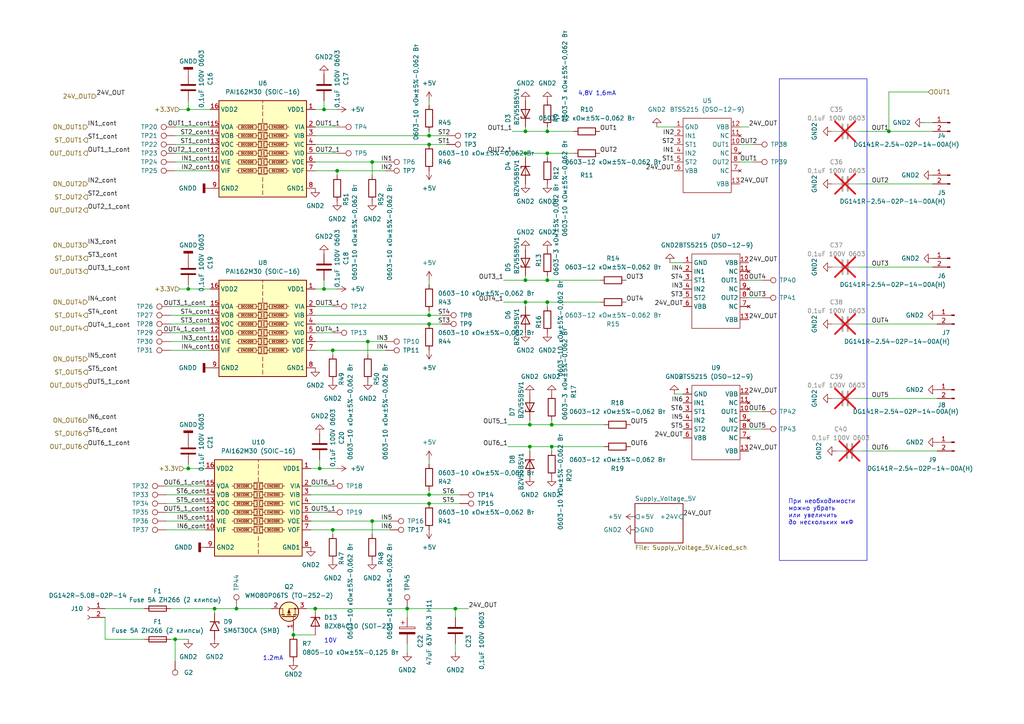
<source format=kicad_sch>
(kicad_sch (version 20231120) (generator "eeschema") (generator_version "8.0")
  (paper "A4")
  (junction (at 124.46 143.51))
  (junction (at 158.75 38.1))
  (junction (at 62.23 176.53))
  (junction (at 96.52 153.67))
  (junction (at 91.44 176.53))
  (junction (at 153.67 129.54))
  (junction (at 124.46 146.05))
  (junction (at 54.61 31.75))
  (junction (at 152.4 38.1))
  (junction (at 124.46 41.91))
  (junction (at 153.67 123.19))
  (junction (at 124.46 93.98))
  (junction (at 158.75 44.45))
  (junction (at 93.98 31.75))
  (junction (at 160.02 129.54))
  (junction (at 124.46 91.44))
  (junction (at 158.75 87.63))
  (junction (at 85.09 184.15))
  (junction (at 54.61 83.82))
  (junction (at 152.4 87.63))
  (junction (at 106.68 99.06))
  (junction (at 118.11 176.53))
  (junction (at 97.79 49.53))
  (junction (at 50.8 185.42))
  (junction (at 124.46 39.37))
  (junction (at 96.52 101.6))
  (junction (at 107.95 151.13))
  (junction (at 93.98 83.82))
  (junction (at 152.4 81.28))
  (junction (at 158.75 81.28))
  (junction (at 160.02 123.19))
  (junction (at 107.95 46.99))
  (junction (at 68.58 176.53))
  (junction (at 54.61 135.89))
  (junction (at 132.08 176.53))
  (junction (at 152.4 44.45))
  (junction (at 257.81 38.1))
  (junction (at 92.71 135.89))
  (wire (pts (xy 91.44 83.82) (xy 93.98 83.82)))
  (wire (pts (xy 49.53 185.42) (xy 50.8 185.42)))
  (wire (pts (xy 48.26 148.59) (xy 59.69 148.59)))
  (wire (pts (xy 48.26 146.05) (xy 59.69 146.05)))
  (wire (pts (xy 158.75 81.28) (xy 158.75 80.01)))
  (wire (pts (xy 118.11 176.53) (xy 118.11 179.07)))
  (wire (pts (xy 52.07 83.82) (xy 54.61 83.82)))
  (wire (pts (xy 107.95 151.13) (xy 113.03 151.13)))
  (wire (pts (xy 50.8 46.99) (xy 60.96 46.99)))
  (wire (pts (xy 148.59 38.1) (xy 152.4 38.1)))
  (wire (pts (xy 49.53 91.44) (xy 60.96 91.44)))
  (wire (pts (xy 152.4 45.72) (xy 152.4 44.45)))
  (wire (pts (xy 92.71 133.35) (xy 92.71 135.89)))
  (wire (pts (xy 248.92 53.34) (xy 270.51 53.34)))
  (wire (pts (xy 133.35 146.05) (xy 124.46 146.05)))
  (wire (pts (xy 153.67 123.19) (xy 160.02 123.19)))
  (wire (pts (xy 96.52 153.67) (xy 113.03 153.67)))
  (wire (pts (xy 50.8 185.42) (xy 50.8 191.77)))
  (wire (pts (xy 48.26 153.67) (xy 59.69 153.67)))
  (wire (pts (xy 124.46 90.17) (xy 124.46 91.44)))
  (wire (pts (xy 30.48 176.53) (xy 41.91 176.53)))
  (wire (pts (xy 124.46 143.51) (xy 90.17 143.51)))
  (wire (pts (xy 248.92 77.47) (xy 270.51 77.47)))
  (wire (pts (xy 54.61 135.89) (xy 59.69 135.89)))
  (wire (pts (xy 96.52 153.67) (xy 90.17 153.67)))
  (wire (pts (xy 96.52 101.6) (xy 111.76 101.6)))
  (wire (pts (xy 93.98 29.21) (xy 93.98 31.75)))
  (wire (pts (xy 49.53 93.98) (xy 60.96 93.98)))
  (wire (pts (xy 54.61 31.75) (xy 60.96 31.75)))
  (wire (pts (xy 96.52 101.6) (xy 91.44 101.6)))
  (wire (pts (xy 269.24 26.67) (xy 257.81 26.67)))
  (wire (pts (xy 124.46 93.98) (xy 91.44 93.98)))
  (wire (pts (xy 95.25 148.59) (xy 90.17 148.59)))
  (wire (pts (xy 248.92 115.57) (xy 271.78 115.57)))
  (wire (pts (xy 146.05 81.28) (xy 152.4 81.28)))
  (wire (pts (xy 175.26 129.54) (xy 160.02 129.54)))
  (wire (pts (xy 132.08 176.53) (xy 135.89 176.53)))
  (wire (pts (xy 62.23 176.53) (xy 68.58 176.53)))
  (wire (pts (xy 107.95 151.13) (xy 107.95 154.94)))
  (wire (pts (xy 52.07 31.75) (xy 54.61 31.75)))
  (wire (pts (xy 124.46 143.51) (xy 133.35 143.51)))
  (wire (pts (xy 267.97 35.56) (xy 270.51 35.56)))
  (wire (pts (xy 48.26 140.97) (xy 59.69 140.97)))
  (wire (pts (xy 93.98 81.28) (xy 93.98 83.82)))
  (wire (pts (xy 152.4 44.45) (xy 158.75 44.45)))
  (wire (pts (xy 194.31 76.2) (xy 198.12 76.2)))
  (wire (pts (xy 220.98 86.36) (xy 217.17 86.36)))
  (wire (pts (xy 50.8 49.53) (xy 60.96 49.53)))
  (wire (pts (xy 95.25 140.97) (xy 90.17 140.97)))
  (wire (pts (xy 50.8 36.83) (xy 60.96 36.83)))
  (wire (pts (xy 124.46 93.98) (xy 128.27 93.98)))
  (wire (pts (xy 124.46 146.05) (xy 90.17 146.05)))
  (wire (pts (xy 195.58 114.3) (xy 198.12 114.3)))
  (wire (pts (xy 96.52 88.9) (xy 91.44 88.9)))
  (wire (pts (xy 49.53 99.06) (xy 60.96 99.06)))
  (wire (pts (xy 50.8 185.42) (xy 54.61 185.42)))
  (wire (pts (xy 91.44 184.15) (xy 85.09 184.15)))
  (wire (pts (xy 220.98 119.38) (xy 217.17 119.38)))
  (wire (pts (xy 118.11 186.69) (xy 118.11 189.23)))
  (wire (pts (xy 106.68 99.06) (xy 106.68 102.87)))
  (wire (pts (xy 147.32 129.54) (xy 153.67 129.54)))
  (wire (pts (xy 214.63 36.83) (xy 217.17 36.83)))
  (wire (pts (xy 97.79 49.53) (xy 111.76 49.53)))
  (wire (pts (xy 91.44 176.53) (xy 88.9 176.53)))
  (wire (pts (xy 173.99 81.28) (xy 158.75 81.28)))
  (wire (pts (xy 97.79 49.53) (xy 97.79 50.8)))
  (wire (pts (xy 62.23 176.53) (xy 62.23 177.8)))
  (wire (pts (xy 91.44 176.53) (xy 118.11 176.53)))
  (wire (pts (xy 218.44 41.91) (xy 214.63 41.91)))
  (wire (pts (xy 146.05 87.63) (xy 152.4 87.63)))
  (wire (pts (xy 124.46 38.1) (xy 124.46 39.37)))
  (wire (pts (xy 153.67 129.54) (xy 160.02 129.54)))
  (wire (pts (xy 124.46 91.44) (xy 91.44 91.44)))
  (wire (pts (xy 97.79 36.83) (xy 91.44 36.83)))
  (wire (pts (xy 124.46 91.44) (xy 128.27 91.44)))
  (wire (pts (xy 148.59 44.45) (xy 152.4 44.45)))
  (wire (pts (xy 54.61 134.62) (xy 54.61 135.89)))
  (wire (pts (xy 152.4 36.83) (xy 152.4 38.1)))
  (wire (pts (xy 152.4 81.28) (xy 158.75 81.28)))
  (wire (pts (xy 257.81 26.67) (xy 257.81 38.1)))
  (wire (pts (xy 48.26 143.51) (xy 59.69 143.51)))
  (wire (pts (xy 30.48 185.42) (xy 41.91 185.42)))
  (wire (pts (xy 96.52 154.94) (xy 96.52 153.67)))
  (wire (pts (xy 68.58 176.53) (xy 78.74 176.53)))
  (wire (pts (xy 124.46 133.35) (xy 124.46 134.62)))
  (wire (pts (xy 152.4 38.1) (xy 158.75 38.1)))
  (wire (pts (xy 173.99 87.63) (xy 158.75 87.63)))
  (wire (pts (xy 166.37 44.45) (xy 158.75 44.45)))
  (wire (pts (xy 49.53 101.6) (xy 60.96 101.6)))
  (wire (pts (xy 190.5 36.83) (xy 195.58 36.83)))
  (wire (pts (xy 250.19 130.81) (xy 271.78 130.81)))
  (wire (pts (xy 124.46 39.37) (xy 129.54 39.37)))
  (wire (pts (xy 93.98 83.82) (xy 97.79 83.82)))
  (wire (pts (xy 106.68 99.06) (xy 111.76 99.06)))
  (wire (pts (xy 152.4 87.63) (xy 158.75 87.63)))
  (wire (pts (xy 132.08 189.23) (xy 132.08 186.69)))
  (wire (pts (xy 106.68 99.06) (xy 91.44 99.06)))
  (wire (pts (xy 90.17 151.13) (xy 107.95 151.13)))
  (wire (pts (xy 124.46 41.91) (xy 91.44 41.91)))
  (wire (pts (xy 248.92 38.1) (xy 257.81 38.1)))
  (wire (pts (xy 107.95 46.99) (xy 107.95 50.8)))
  (wire (pts (xy 53.34 135.89) (xy 54.61 135.89)))
  (wire (pts (xy 158.75 38.1) (xy 158.75 36.83)))
  (wire (pts (xy 166.37 38.1) (xy 158.75 38.1)))
  (wire (pts (xy 248.92 93.98) (xy 271.78 93.98)))
  (wire (pts (xy 124.46 142.24) (xy 124.46 143.51)))
  (wire (pts (xy 129.54 41.91) (xy 124.46 41.91)))
  (wire (pts (xy 257.81 38.1) (xy 270.51 38.1)))
  (wire (pts (xy 93.98 31.75) (xy 97.79 31.75)))
  (wire (pts (xy 107.95 46.99) (xy 111.76 46.99)))
  (wire (pts (xy 147.32 123.19) (xy 153.67 123.19)))
  (wire (pts (xy 90.17 135.89) (xy 92.71 135.89)))
  (wire (pts (xy 220.98 81.28) (xy 217.17 81.28)))
  (wire (pts (xy 49.53 96.52) (xy 60.96 96.52)))
  (wire (pts (xy 91.44 31.75) (xy 93.98 31.75)))
  (wire (pts (xy 175.26 123.19) (xy 160.02 123.19)))
  (wire (pts (xy 118.11 176.53) (xy 132.08 176.53)))
  (wire (pts (xy 50.8 44.45) (xy 60.96 44.45)))
  (wire (pts (xy 54.61 29.21) (xy 54.61 31.75)))
  (wire (pts (xy 50.8 39.37) (xy 60.96 39.37)))
  (wire (pts (xy 153.67 130.81) (xy 153.67 129.54)))
  (wire (pts (xy 160.02 129.54) (xy 160.02 130.81)))
  (wire (pts (xy 96.52 101.6) (xy 96.52 102.87)))
  (wire (pts (xy 97.79 44.45) (xy 91.44 44.45)))
  (wire (pts (xy 153.67 121.92) (xy 153.67 123.19)))
  (wire (pts (xy 49.53 176.53) (xy 62.23 176.53)))
  (wire (pts (xy 152.4 80.01) (xy 152.4 81.28)))
  (wire (pts (xy 160.02 123.19) (xy 160.02 121.92)))
  (wire (pts (xy 50.8 41.91) (xy 60.96 41.91)))
  (wire (pts (xy 218.44 46.99) (xy 214.63 46.99)))
  (wire (pts (xy 96.52 96.52) (xy 91.44 96.52)))
  (wire (pts (xy 92.71 135.89) (xy 97.79 135.89)))
  (wire (pts (xy 220.98 124.46) (xy 217.17 124.46)))
  (wire (pts (xy 91.44 39.37) (xy 124.46 39.37)))
  (wire (pts (xy 132.08 176.53) (xy 132.08 179.07)))
  (wire (pts (xy 30.48 179.07) (xy 30.48 185.42)))
  (wire (pts (xy 107.95 46.99) (xy 91.44 46.99)))
  (wire (pts (xy 48.26 151.13) (xy 59.69 151.13)))
  (wire (pts (xy 158.75 44.45) (xy 158.75 45.72)))
  (wire (pts (xy 49.53 88.9) (xy 60.96 88.9)))
  (wire (pts (xy 152.4 88.9) (xy 152.4 87.63)))
  (wire (pts (xy 54.61 82.55) (xy 54.61 83.82)))
  (wire (pts (xy 158.75 87.63) (xy 158.75 88.9)))
  (wire (pts (xy 124.46 81.28) (xy 124.46 82.55)))
  (wire (pts (xy 54.61 83.82) (xy 60.96 83.82)))
  (wire (pts (xy 124.46 29.21) (xy 124.46 30.48)))
  (wire (pts (xy 97.79 49.53) (xy 91.44 49.53)))
  (wire (pts (xy 85.09 182.88) (xy 85.09 184.15)))
  (rectangle (start 226.06 22.86) (end 251.46 162.56))
  (text "При необходимости \nможно убрать\nили увеличить \nдо нескольких мкФ\n" (at 228.6 152.4 0) (effects (font (size 1.27 1.27)) (justify left bottom)))
  (text "4,8V 1,6mA" (at 167.64 27.94 0) (effects (font (size 1.27 1.27)) (justify left bottom)))
  (text "10V" (at 93.98 186.69 0) (effects (font (size 1.27 1.27)) (justify left bottom)))
  (text "1.2mA" (at 76.2 191.77 0) (effects (font (size 1.27 1.27)) (justify left bottom)))
  (label "OUT6" (at 257.81 130.81 180))
  (label "OUT5_1" (at 90.17 148.59 0))
  (label "OUT5_1" (at 147.32 123.19 180))
  (label "24V_OUT" (at 27.94 27.94 0))
  (label "IN2" (at 110.49 49.53 0))
  (label "ST6_cont" (at 25.4 125.73 0))
  (label "IN1_cont" (at 25.4 36.83 0))
  (label "IN2_cont" (at 25.4 53.34 0))
  (label "OUT6_1" (at 147.32 129.54 180))
  (label "24V_OUT" (at 198.12 149.86 0))
  (label "ST4" (at 127 91.44 0))
  (label "ST1_cont" (at 25.4 40.64 0))
  (label "OUT1" (at 257.81 38.1 180))
  (label "IN4_cont" (at 60.96 101.6 180))
  (label "OUT4" (at 181.61 87.63 0))
  (label "IN6" (at 198.12 116.84 180))
  (label "IN3_cont" (at 25.4 71.12 0))
  (label "ST6" (at 128.27 143.51 0))
  (label "OUT6_1_cont" (at 59.69 140.97 180))
  (label "IN4_cont" (at 25.4 87.63 0))
  (label "OUT1_1_cont" (at 60.96 36.83 180))
  (label "24V_OUT" (at 217.17 114.3 0))
  (label "ST3" (at 127 93.98 0))
  (label "IN5" (at 110.49 151.13 0))
  (label "OUT6" (at 217.17 119.38 0))
  (label "OUT4" (at 217.17 81.28 0))
  (label "24V_OUT" (at 195.58 49.53 180))
  (label "OUT1" (at 173.99 38.1 0))
  (label "24V_OUT" (at 217.17 76.2 0))
  (label "ST5_cont" (at 25.4 107.95 0))
  (label "OUT4_1_cont" (at 25.4 95.25 0))
  (label "ST2" (at 127 39.37 0))
  (label "IN3_cont" (at 60.96 99.06 180))
  (label "OUT5" (at 257.81 115.57 180))
  (label "24V_OUT" (at 198.12 127 180))
  (label "OUT3_1_cont" (at 59.69 88.9 180))
  (label "ST5" (at 128.27 146.05 0))
  (label "ST4" (at 198.12 81.28 180))
  (label "ST4_cont" (at 25.4 91.44 0))
  (label "ST4_cont" (at 60.96 91.44 180))
  (label "OUT2" (at 214.63 41.91 0))
  (label "ST1" (at 195.58 46.99 180))
  (label "OUT5_1_cont" (at 25.4 111.76 0))
  (label "OUT1_1" (at 148.59 38.1 180))
  (label "IN2_cont" (at 60.96 49.53 180))
  (label "OUT4" (at 257.81 93.98 180))
  (label "OUT5" (at 217.17 124.46 0))
  (label "OUT3" (at 257.81 77.47 180))
  (label "OUT3" (at 217.17 86.36 0))
  (label "ST2_cont" (at 25.4 57.15 0))
  (label "ST6_cont" (at 59.69 143.51 180))
  (label "IN5_cont" (at 59.69 151.13 180))
  (label "OUT4_1" (at 146.05 87.63 180))
  (label "OUT2_1" (at 91.44 44.45 0))
  (label "OUT2" (at 257.81 53.34 180))
  (label "ST5" (at 198.12 124.46 180))
  (label "ST1_cont" (at 60.96 41.91 180))
  (label "IN4" (at 109.22 101.6 0))
  (label "OUT2_1" (at 148.59 44.45 180))
  (label "IN3" (at 109.22 99.06 0))
  (label "IN1_cont" (at 60.96 46.99 180))
  (label "OUT3_1" (at 91.44 88.9 0))
  (label "OUT6_1_cont" (at 25.4 129.54 0))
  (label "OUT2_1_cont" (at 60.96 44.45 180))
  (label "IN2" (at 195.58 39.37 180))
  (label "24V_OUT" (at 217.17 130.81 0))
  (label "ST2" (at 195.58 41.91 180))
  (label "OUT5" (at 182.88 123.19 0))
  (label "IN4" (at 198.12 78.74 180))
  (label "ST3" (at 198.12 86.36 180))
  (label "OUT1_1_cont" (at 25.4 44.45 0))
  (label "24V_OUT" (at 198.12 88.9 180))
  (label "OUT4_1_cont" (at 59.69 96.52 180))
  (label "ST2_cont" (at 60.96 39.37 180))
  (label "IN5" (at 198.12 121.92 180))
  (label "24V_OUT" (at 217.17 92.71 0))
  (label "24V_OUT" (at 214.63 53.34 0))
  (label "IN6" (at 110.49 153.67 0))
  (label "24V_OUT" (at 135.89 176.53 0))
  (label "ST6" (at 198.12 119.38 180))
  (label "OUT3_1_cont" (at 25.4 78.74 0))
  (label "IN6_cont" (at 59.69 153.67 180))
  (label "24V_OUT" (at 217.17 36.83 0))
  (label "IN3" (at 198.12 83.82 180))
  (label "IN6_cont" (at 25.4 121.92 0))
  (label "OUT6" (at 182.88 129.54 0))
  (label "ST3_cont" (at 25.4 74.93 0))
  (label "OUT1_1" (at 91.44 36.83 0))
  (label "OUT4_1" (at 91.44 96.52 0))
  (label "ST1" (at 127 41.91 0))
  (label "OUT3" (at 181.61 81.28 0))
  (label "IN5_cont" (at 25.4 104.14 0))
  (label "OUT3_1" (at 146.05 81.28 180))
  (label "ST3_cont" (at 60.96 93.98 180))
  (label "OUT6_1" (at 90.17 140.97 0))
  (label "OUT5_1_cont" (at 59.69 148.59 180))
  (label "OUT1" (at 214.63 46.99 0))
  (label "IN1" (at 195.58 44.45 180))
  (label "OUT2" (at 173.99 44.45 0))
  (label "ST5_cont" (at 59.69 146.05 180))
  (label "OUT2_1_cont" (at 25.4 60.96 0))
  (label "IN1" (at 110.49 46.99 0))
  (hierarchical_label "ON_OUT5" (shape input) (at 25.4 104.14 180))
  (hierarchical_label "OUT_OUT2" (shape output) (at 25.4 60.96 180))
  (hierarchical_label "OUT_OUT3" (shape output) (at 25.4 78.74 180))
  (hierarchical_label "ST_OUT3" (shape output) (at 25.4 74.93 180))
  (hierarchical_label "ON_OUT4" (shape input) (at 25.4 87.63 180))
  (hierarchical_label "OUT_OUT1" (shape output) (at 25.4 44.45 180))
  (hierarchical_label "+3.3V" (shape input) (at 52.07 31.75 180))
  (hierarchical_label "ON_OUT6" (shape input) (at 25.4 121.92 180))
  (hierarchical_label "ON_OUT1" (shape input) (at 25.4 36.83 180))
  (hierarchical_label "OUT1" (shape input) (at 269.24 26.67 0))
  (hierarchical_label "ST_OUT6" (shape output) (at 25.4 125.73 180))
  (hierarchical_label "ST_OUT4" (shape output) (at 25.4 91.44 180))
  (hierarchical_label "+3.3V" (shape input) (at 52.07 83.82 180))
  (hierarchical_label "OUT_OUT5" (shape output) (at 25.4 111.76 180))
  (hierarchical_label "ST_OUT2" (shape output) (at 25.4 57.15 180))
  (hierarchical_label "ON_OUT2" (shape input) (at 25.4 53.34 180))
  (hierarchical_label "ST_OUT1" (shape output) (at 25.4 40.64 180))
  (hierarchical_label "OUT_OUT4" (shape output) (at 25.4 95.25 180))
  (hierarchical_label "+3.3V" (shape input) (at 53.34 135.89 180))
  (hierarchical_label "ST_OUT5" (shape output) (at 25.4 107.95 180))
  (hierarchical_label "24V_OUT" (shape input) (at 27.94 27.94 180))
  (hierarchical_label "ON_OUT3" (shape input) (at 25.4 71.12 180))
  (hierarchical_label "OUT_OUT6" (shape output) (at 25.4 129.54 180))
  (symbol (lib_id "Device:R") (at 170.18 44.45 90) (mirror x) (unit 1)
    (property "Reference" "R11" (at 170.18 50.8 90))
    (property "Value" "0603-12 кОм±5%-0,062 Вт" (at 177.8 46.99 90))
    (property "Footprint" "Resistor_SMD:R_0603_1608Metric" (effects (hide yes)))
  )
  (symbol (lib_id "Device:R") (at 107.95 158.75 0) (mirror x) (unit 1)
    (property "Reference" "R48" (at 110.49 160.02 90) (effects (justify left)))
    (property "Value" "0603-10 кОм±5%-0,062 Вт" (at 113.03 157.48 90) (effects (justify left)))
    (property "Footprint" "Resistor_SMD:R_0603_1608Metric" (effects (hide yes)))
  )
  (symbol (lib_id "Connector:TestPoint") (at 50.8 36.83 90) (unit 1) (in_bom no)
    (property "Reference" "TP20" (at 45.72 36.83 90) (effects (justify left)))
    (property "Footprint" "PCM_4ms_TestPoint:TestPoint_D1" (effects (hide yes)))
  )
  (symbol (lib_id "Device:R") (at 124.46 45.72 0) (mirror x) (unit 1)
    (property "Reference" "R46" (at 127 46.99 0) (effects (justify left)))
    (property "Value" "0603-10 кОм±5%-0,062 Вт" (at 127 44.45 0) (effects (justify left)))
    (property "Footprint" "Resistor_SMD:R_0603_1608Metric" (effects (hide yes)))
  )
  (symbol (lib_id "Isolator:π162M3x") (at 74.93 148.59 0) (mirror y) (unit 1)
    (property "Reference" "U10" (at 74.93 128.27 0))
    (property "Value" "PAI162M30 (SOIC-16)" (at 74.93 130.81 0))
    (property "Footprint" "Package_SO:SOIC-16_3.9x9.9mm_P1.27mm" (effects (hide yes)))
    (property "Datasheet" "https://pdf1.alldatasheet.com/datasheet-pdf/view/1643970/ETC/PAI162M30.html" (effects (hide yes)))
  )
  (symbol (lib_id "power:GNDD") (at 54.61 74.93 180) (unit 1)
    (property "Reference" "#PWR055" (effects (hide yes)))
    (property "Value" "GNDD" (at 54.61 71.12 0))
  )
  (symbol (lib_id "Connector:TestPoint") (at 97.79 44.45 270) (unit 1) (in_bom no)
    (property "Reference" "TP5" (at 102.87 44.45 90) (effects (justify left)))
    (property "Footprint" "PCM_4ms_TestPoint:TestPoint_D1" (effects (hide yes)))
  )
  (symbol (lib_id "PCM_4ms_Power-symbol:+5V") (at 97.79 31.75 270) (unit 1)
    (property "Reference" "#PWR046" (effects (hide yes)))
    (property "Value" "+5V" (at 101.6 31.75 90) (effects (justify left)))
  )
  (symbol (lib_id "Connector:TestPoint") (at 49.53 88.9 90) (unit 1) (in_bom no)
    (property "Reference" "TP26" (at 44.45 88.9 90) (effects (justify left)))
    (property "Footprint" "PCM_4ms_TestPoint:TestPoint_D1" (effects (hide yes)))
  )
  (symbol (lib_id "power:GND2") (at 158.75 29.21 180) (unit 1)
    (property "Reference" "#PWR044" (effects (hide yes)))
    (property "Value" "GND2" (at 158.75 24.13 0))
  )
  (symbol (lib_id "Connector:TestPoint") (at 133.35 143.51 270) (unit 1) (in_bom no)
    (property "Reference" "TP14" (at 138.43 143.51 90) (effects (justify left)))
    (property "Footprint" "PCM_4ms_TestPoint:TestPoint_D1" (effects (hide yes)))
  )
  (symbol (lib_id "Connector:TestPoint") (at 220.98 81.28 270) (unit 1) (in_bom no)
    (property "Reference" "TP40" (at 226.06 81.28 90) (effects (justify left)))
    (property "Footprint" "PCM_4ms_TestPoint:TestPoint_D1" (effects (hide yes)))
  )
  (symbol (lib_id "Device:R") (at 158.75 33.02 0) (unit 1)
    (property "Reference" "R9" (at 161.29 35.56 90) (effects (justify left)))
    (property "Value" "0603-3 кОм±5%-0,062 Вт" (at 163.83 35.56 90) (effects (justify left)))
    (property "Footprint" "Resistor_SMD:R_0603_1608Metric" (effects (hide yes)))
  )
  (symbol (lib_id "Device:R") (at 85.09 187.96 0) (unit 1)
    (property "Reference" "R7" (at 87.63 186.69 0) (effects (justify left)))
    (property "Value" "0805-10 кОм±5%-0,125 Вт" (at 87.63 189.23 0) (effects (justify left)))
    (property "Footprint" "PCM_4ms_Resistor:R_0805_2012Metric" (effects (hide yes)))
    (instances (project "Материнская плата" (path "" (reference "R7") (unit 1))) (project "digit_in_board" (path "" (reference "R21") (unit 1))))
  )
  (symbol (lib_id "power:GND2") (at 267.97 35.56 270) (unit 1)
    (property "Reference" "#PWR047" (effects (hide yes)))
    (property "Value" "GND2" (at 264.16 35.56 90) (effects (justify right)))
  )
  (symbol (lib_id "Connector:TestPoint") (at 50.8 49.53 90) (unit 1) (in_bom no)
    (property "Reference" "TP25" (at 45.72 49.53 90) (effects (justify left)))
    (property "Footprint" "PCM_4ms_TestPoint:TestPoint_D1" (effects (hide yes)))
  )
  (symbol (lib_id "Connector:TestPoint") (at 129.54 41.91 270) (unit 1) (in_bom no)
    (property "Reference" "TP3" (at 134.62 41.91 90) (effects (justify left)))
    (property "Footprint" "PCM_4ms_TestPoint:TestPoint_D1" (effects (hide yes)))
  )
  (symbol (lib_id "Connector:TestPoint") (at 50.8 39.37 90) (unit 1) (in_bom no)
    (property "Reference" "TP21" (at 45.72 39.37 90) (effects (justify left)))
    (property "Footprint" "PCM_4ms_TestPoint:TestPoint_D1" (effects (hide yes)))
  )
  (symbol (lib_id "Connector:TestPoint") (at 48.26 143.51 90) (unit 1) (in_bom no)
    (property "Reference" "TP33" (at 43.18 143.51 90) (effects (justify left)))
    (property "Footprint" "PCM_4ms_TestPoint:TestPoint_D1" (effects (hide yes)))
  )
  (symbol (lib_id "Connector:TestPoint") (at 218.44 46.99 270) (unit 1) (in_bom no)
    (property "Reference" "TP39" (at 223.52 46.99 90) (effects (justify left)))
    (property "Footprint" "PCM_4ms_TestPoint:TestPoint_D1" (effects (hide yes)))
  )
  (symbol (lib_id "Device:C") (at 54.61 130.81 0) (unit 1)
    (property "Reference" "C21" (at 60.96 128.27 90))
    (property "Value" "0,1uF 100V 0603" (at 58.42 128.27 90))
    (property "Footprint" "Capacitor_SMD:C_0603_1608Metric" (effects (hide yes)))
  )
  (symbol (lib_id "PCM_4ms_Power-symbol:+5V") (at 124.46 29.21 0) (unit 1)
    (property "Reference" "#PWR0136" (effects (hide yes)))
    (property "Value" "+5V" (at 124.46 24.13 0))
  )
  (symbol (lib_id "Diode:BZX84Cxx") (at 91.44 180.34 270) (unit 1)
    (property "Reference" "D13" (at 93.98 179.07 90) (effects (justify left)))
    (property "Value" "BZX84C10 (SOT-23)" (at 93.98 181.61 90) (effects (justify left)))
    (property "Footprint" "Package_TO_SOT_SMD:SOT-23" (effects (hide yes)))
    (property "Datasheet" "https://diotec.com/tl_files/diotec/files/pdf/datasheets/bzx84c2v4.pdf" (effects (hide yes)))
    (instances (project "Материнская плата" (path "" (reference "D13") (unit 1))) (project "digit_in_board" (path "" (reference "D10") (unit 1))))
  )
  (symbol (lib_id "Connector:TestPoint") (at 50.8 46.99 90) (unit 1) (in_bom no)
    (property "Reference" "TP24" (at 45.72 46.99 90) (effects (justify left)))
    (property "Footprint" "PCM_4ms_TestPoint:TestPoint_D1" (effects (hide yes)))
  )
  (symbol (lib_id "Device:C") (at 92.71 129.54 0) (unit 1)
    (property "Reference" "C20" (at 99.06 127 90))
    (property "Value" "0,1uF 100V 0603" (at 96.52 127 90))
    (property "Footprint" "Capacitor_SMD:C_0603_1608Metric" (effects (hide yes)))
  )
  (symbol (lib_id "PCM_4ms_Power-symbol:+5V") (at 184.15 149.86 90) (unit 1)
    (property "Reference" "#PWR080" (effects (hide yes)))
    (property "Value" "+5V" (at 180.34 149.86 90) (effects (justify left)))
  )
  (symbol (lib_id "PCM_4ms_Power-symbol:+5V") (at 124.46 49.53 180) (unit 1)
    (property "Reference" "#PWR0137" (effects (hide yes)))
    (property "Value" "+5V" (at 124.46 54.61 0))
  )
  (symbol (lib_id "power:GND2") (at 158.75 53.34 0) (mirror y) (unit 1)
    (property "Reference" "#PWR053" (effects (hide yes)))
    (property "Value" "GND2" (at 158.75 58.42 0))
  )
  (symbol (lib_id "power:GND2") (at 184.15 153.67 270) (unit 1)
    (property "Reference" "#PWR081" (effects (hide yes)))
    (property "Value" "GND2" (at 180.34 153.67 90) (effects (justify right)))
  )
  (symbol (lib_id "power:GND2") (at 271.78 113.03 270) (unit 1)
    (property "Reference" "#PWR067" (effects (hide yes)))
    (property "Value" "GND2" (at 267.97 113.03 90) (effects (justify right)))
  )
  (symbol (lib_name "BTS5215_1") (lib_id "Power_Management:BTS5215") (at 205.74 34.29 0) (unit 1)
    (property "Reference" "U5" (at 205.105 29.21 0))
    (property "Value" "BTS5215 (DSO-12-9)" (at 205.105 31.75 0))
    (property "Footprint" "PCM_Package_SO_AKL:Infineon_PG-DSO-12-9" (effects (hide yes)))
    (property "Datasheet" "https://pdf1.alldatasheet.com/datasheet-pdf/view/79506/INFINEON/BTS5215L.html" (effects (hide yes)))
  )
  (symbol (lib_id "PCM_Transistor_MOSFET_AKL:IRFR5305") (at 83.82 179.07 270) (mirror x) (unit 1)
    (property "Reference" "Q2" (at 83.82 170.18 90))
    (property "Value" "WMO80P06TS (TO-252-2)" (at 83.82 172.72 90))
    (property "Footprint" "Package_TO_SOT_SMD:TO-252-2" (effects (hide yes)))
    (property "Datasheet" "https://cdn.promelec.ru/upload/items/2023/12/29/wmo80p06ts.pdf" (effects (hide yes)))
    (instances (project "Материнская плата" (path "" (reference "Q2") (unit 1))) (project "digit_in_board" (path "" (reference "Q3") (unit 1))))
  )
  (symbol (lib_id "power:GND2") (at 107.95 162.56 0) (unit 1)
    (property "Reference" "#PWR0138" (effects (hide yes)))
    (property "Value" "GND2" (at 107.95 167.64 0))
  )
  (symbol (lib_id "Device:C_Polarized") (at 118.11 182.88 0) (unit 1)
    (property "Reference" "C22" (at 121.92 187.96 90) (effects (justify left)))
    (property "Value" "47uF 63V D6.3 H11" (at 124.46 193.04 90) (effects (justify left)))
    (property "Footprint" "PCM_Capacitor_THT_AKL:CP_Radial_D6.3mm_P2.50mm" (effects (hide yes)))
  )
  (symbol (lib_id "power:GND2") (at 152.4 29.21 180) (unit 1)
    (property "Reference" "#PWR043" (effects (hide yes)))
    (property "Value" "GND2" (at 152.4 24.13 0))
  )
  (symbol (lib_id "Connector:TestPoint") (at 111.76 46.99 270) (unit 1) (in_bom no)
    (property "Reference" "TP6" (at 116.84 46.99 90) (effects (justify left)))
    (property "Footprint" "PCM_4ms_TestPoint:TestPoint_D1" (effects (hide yes)))
  )
  (symbol (lib_id "Connector:TestPoint") (at 128.27 93.98 270) (unit 1) (in_bom no)
    (property "Reference" "TP9" (at 133.35 93.98 90) (effects (justify left)))
    (property "Footprint" "PCM_4ms_TestPoint:TestPoint_D1" (effects (hide yes)))
  )
  (symbol (lib_id "Connector:TestPoint") (at 49.53 91.44 90) (unit 1) (in_bom no)
    (property "Reference" "TP27" (at 44.45 91.44 90) (effects (justify left)))
    (property "Footprint" "PCM_4ms_TestPoint:TestPoint_D1" (effects (hide yes)))
  )
  (symbol (lib_id "Connector:Conn_01x02_Pin") (at 276.86 128.27 0) (mirror y) (unit 1)
    (property "Reference" "J9" (at 269.24 133.35 0) (effects (justify right)))
    (property "Value" "DG141R-2.54-02P-14-00A(H)" (at 251.46 135.89 0) (effects (justify right)))
    (property "Footprint" "Connector:DG141R-02" (effects (hide yes)))
  )
  (symbol (lib_id "PCM_4ms_Power-symbol:+5V") (at 124.46 81.28 0) (unit 1)
    (property "Reference" "#PWR0134" (effects (hide yes)))
    (property "Value" "+5V" (at 124.46 76.2 0))
  )
  (symbol (lib_id "power:GND2") (at 132.08 189.23 0) (unit 1)
    (property "Reference" "#PWR085" (effects (hide yes)))
    (property "Value" "GND2" (at 132.08 194.31 0))
  )
  (symbol (lib_id "power:GND2") (at 241.3 53.34 270) (unit 1)
    (property "Reference" "#PWR0125" (effects (hide yes)))
    (property "Value" "GND2" (at 236.22 53.34 0))
  )
  (symbol (lib_id "Connector:TestPoint") (at 48.26 146.05 90) (unit 1) (in_bom no)
    (property "Reference" "TP34" (at 43.18 146.05 90) (effects (justify left)))
    (property "Footprint" "PCM_4ms_TestPoint:TestPoint_D1" (effects (hide yes)))
  )
  (symbol (lib_id "power:GND2") (at 270.51 50.8 270) (unit 1)
    (property "Reference" "#PWR049" (effects (hide yes)))
    (property "Value" "GND2" (at 266.7 50.8 90) (effects (justify right)))
  )
  (symbol (lib_id "Device:R") (at 96.52 106.68 0) (mirror x) (unit 1)
    (property "Reference" "R49" (at 99.06 107.95 90) (effects (justify left)))
    (property "Value" "0603-10 кОм±5%-0,062 Вт" (at 101.6 105.41 90) (effects (justify left)))
    (property "Footprint" "Resistor_SMD:R_0603_1608Metric" (effects (hide yes)))
  )
  (symbol (lib_id "power:GND2") (at 153.67 114.3 180) (unit 1)
    (property "Reference" "#PWR070" (effects (hide yes)))
    (property "Value" "GND2" (at 153.67 109.22 0))
  )
  (symbol (lib_id "Device:C") (at 245.11 77.47 90) (unit 1) (in_bom no) (dnp yes)
    (property "Reference" "C37" (at 242.57 71.12 90))
    (property "Value" "0,1uF 100V 0603" (at 242.57 73.66 90))
    (property "Footprint" "Capacitor_SMD:C_0603_1608Metric" (effects (hide yes)))
  )
  (symbol (lib_id "Connector:TestPoint") (at 95.25 148.59 270) (unit 1) (in_bom no)
    (property "Reference" "TP19" (at 100.33 148.59 90) (effects (justify left)))
    (property "Footprint" "PCM_4ms_TestPoint:TestPoint_D1" (effects (hide yes)))
  )
  (symbol (lib_id "Connector:TestPoint") (at 96.52 96.52 270) (unit 1) (in_bom no)
    (property "Reference" "TP13" (at 101.6 96.52 90) (effects (justify left)))
    (property "Footprint" "PCM_4ms_TestPoint:TestPoint_D1" (effects (hide yes)))
  )
  (symbol (lib_id "power:GND2") (at 270.51 74.93 270) (unit 1)
    (property "Reference" "#PWR058" (effects (hide yes)))
    (property "Value" "GND2" (at 266.7 74.93 90) (effects (justify right)))
  )
  (symbol (lib_id "Device:C") (at 54.61 78.74 0) (unit 1)
    (property "Reference" "C19" (at 60.96 76.2 90))
    (property "Value" "0,1uF 100V 0603" (at 58.42 76.2 90))
    (property "Footprint" "Capacitor_SMD:C_0603_1608Metric" (effects (hide yes)))
  )
  (symbol (lib_id "Isolator:π162M3x") (at 76.2 44.45 0) (mirror y) (unit 1)
    (property "Reference" "U6" (at 76.2 24.13 0))
    (property "Value" "PAI162M30 (SOIC-16)" (at 76.2 26.67 0))
    (property "Footprint" "Package_SO:SOIC-16_3.9x9.9mm_P1.27mm" (effects (hide yes)))
    (property "Datasheet" "https://pdf1.alldatasheet.com/datasheet-pdf/view/1643970/ETC/PAI162M30.html" (effects (hide yes)))
  )
  (symbol (lib_id "power:GND2") (at 271.78 128.27 270) (unit 1)
    (property "Reference" "#PWR075" (effects (hide yes)))
    (property "Value" "GND2" (at 267.97 128.27 90) (effects (justify right)))
  )
  (symbol (lib_id "Device:Fuse") (at 45.72 176.53 270) (unit 1)
    (property "Reference" "F1" (at 45.72 171.45 90))
    (property "Value" "Fuse 5A ZH266 (2 клипсы)" (at 50.8 173.99 90))
    (property "Footprint" "Fuse:Fuseholder_100_series_5x20mm_D1,5" (effects (hide yes)))
    (instances (project "Материнская плата" (path "" (reference "F1") (unit 1))) (project "Плата симистров" (path "" (reference "F5") (unit 1))) (project "digit_in_board" (path "" (reference "F2") (unit 1))))
  )
  (symbol (lib_id "Diode:BZV55B5V1") (at 152.4 33.02 90) (unit 1)
    (property "Reference" "D3" (at 147.32 33.02 0) (effects (justify right)))
    (property "Value" "BZV55B5V1" (at 149.86 25.4 0) (effects (justify right)))
    (property "Footprint" "Diode_SMD:D_MiniMELF" (effects (hide yes)))
    (property "Datasheet" "https://assets.nexperia.com/documents/data-sheet/BZV55_SER.pdf" (effects (hide yes)))
  )
  (symbol (lib_id "Device:R") (at 170.18 38.1 90) (unit 1)
    (property "Reference" "R10" (at 170.18 31.75 90))
    (property "Value" "0603-12 кОм±5%-0,062 Вт" (at 170.18 34.29 90))
    (property "Footprint" "Resistor_SMD:R_0603_1608Metric" (effects (hide yes)))
  )
  (symbol (lib_id "Connector:TestPoint") (at 113.03 151.13 270) (unit 1) (in_bom no)
    (property "Reference" "TP16" (at 118.11 151.13 90) (effects (justify left)))
    (property "Footprint" "PCM_4ms_TestPoint:TestPoint_D1" (effects (hide yes)))
  )
  (symbol (lib_id "power:GND2") (at 194.31 76.2 180) (unit 1)
    (property "Reference" "#PWR061" (effects (hide yes)))
    (property "Value" "GND2" (at 194.31 71.12 0))
  )
  (symbol (lib_id "Connector:TestPoint") (at 50.8 41.91 90) (unit 1) (in_bom no)
    (property "Reference" "TP22" (at 45.72 41.91 90) (effects (justify left)))
    (property "Footprint" "PCM_4ms_TestPoint:TestPoint_D1" (effects (hide yes)))
  )
  (symbol (lib_id "Device:R") (at 97.79 54.61 0) (mirror x) (unit 1)
    (property "Reference" "R51" (at 100.33 55.88 90) (effects (justify left)))
    (property "Value" "0603-10 кОм±5%-0,062 Вт" (at 102.87 53.34 90) (effects (justify left)))
    (property "Footprint" "Resistor_SMD:R_0603_1608Metric" (effects (hide yes)))
  )
  (symbol (lib_id "Connector:TestPoint") (at 50.8 191.77 180) (unit 1) (in_bom no)
    (property "Reference" "G2" (at 53.34 195.072 0) (effects (justify right)))
    (property "Footprint" "PCM_4ms_TestPoint:TestPoint_D1" (effects (hide yes)))
  )
  (symbol (lib_id "Diode:BZV55B5V1") (at 153.67 134.62 90) (mirror x) (unit 1)
    (property "Reference" "D8" (at 148.59 134.62 0) (effects (justify right)))
    (property "Value" "BZV55B5V1" (at 151.13 142.24 0) (effects (justify right)))
    (property "Footprint" "Diode_SMD:D_MiniMELF" (effects (hide yes)))
    (property "Datasheet" "https://assets.nexperia.com/documents/data-sheet/BZV55_SER.pdf" (effects (hide yes)))
  )
  (symbol (lib_id "power:GND2") (at 241.3 77.47 270) (unit 1)
    (property "Reference" "#PWR0126" (effects (hide yes)))
    (property "Value" "GND2" (at 236.22 77.47 0))
  )
  (symbol (lib_id "power:GND2") (at 97.79 58.42 0) (unit 1)
    (property "Reference" "#PWR0141" (effects (hide yes)))
    (property "Value" "GND2" (at 97.79 63.5 0))
  )
  (symbol (lib_id "power:GND2") (at 160.02 138.43 0) (mirror y) (unit 1)
    (property "Reference" "#PWR077" (effects (hide yes)))
    (property "Value" "GND2" (at 160.02 143.51 0))
  )
  (symbol (lib_id "power:GND2") (at 62.23 185.42 0) (unit 1)
    (property "Reference" "#PWR083" (effects (hide yes)))
    (property "Value" "GND2" (at 62.23 190.5 0))
  )
  (symbol (lib_id "power:GNDD") (at 60.96 106.68 270) (unit 1)
    (property "Reference" "#PWR065" (effects (hide yes)))
    (property "Value" "GNDD" (at 57.15 106.68 90) (effects (justify right)))
  )
  (symbol (lib_id "power:GND2") (at 152.4 96.52 0) (mirror y) (unit 1)
    (property "Reference" "#PWR063" (effects (hide yes)))
    (property "Value" "GND2" (at 152.4 101.6 0))
  )
  (symbol (lib_id "power:GND2") (at 160.02 114.3 180) (unit 1)
    (property "Reference" "#PWR071" (effects (hide yes)))
    (property "Value" "GND2" (at 160.02 109.22 0))
  )
  (symbol (lib_id "power:GND2") (at 96.52 110.49 0) (unit 1)
    (property "Reference" "#PWR0139" (effects (hide yes)))
    (property "Value" "GND2" (at 96.52 115.57 0))
  )
  (symbol (lib_id "power:GNDD") (at 59.69 158.75 270) (unit 1)
    (property "Reference" "#PWR078" (effects (hide yes)))
    (property "Value" "GNDD" (at 55.88 158.75 90) (effects (justify right)))
  )
  (symbol (lib_id "power:GND2") (at 158.75 96.52 0) (mirror y) (unit 1)
    (property "Reference" "#PWR064" (effects (hide yes)))
    (property "Value" "GND2" (at 158.75 101.6 0))
  )
  (symbol (lib_id "power:GND2") (at 153.67 138.43 0) (mirror y) (unit 1)
    (property "Reference" "#PWR076" (effects (hide yes)))
    (property "Value" "GND2" (at 153.67 143.51 0))
  )
  (symbol (lib_id "Connector:TestPoint") (at 68.58 176.53 0) (unit 1) (in_bom no)
    (property "Reference" "TP44" (at 68.58 171.45 90) (effects (justify left)))
    (property "Footprint" "PCM_4ms_TestPoint:TestPoint_D1" (effects (hide yes)))
  )
  (symbol (lib_id "Connector:Conn_01x02_Pin") (at 275.59 50.8 0) (mirror y) (unit 1)
    (property "Reference" "J5" (at 274.32 55.88 0) (effects (justify left)))
    (property "Value" "DG141R-2.54-02P-14-00A(H)" (at 274.32 58.42 0) (effects (justify left)))
    (property "Footprint" "Connector:DG141R-02" (effects (hide yes)))
  )
  (symbol (lib_id "Diode:SM6T30A") (at 62.23 181.61 270) (unit 1)
    (property "Reference" "D9" (at 64.77 180.34 90) (effects (justify left)))
    (property "Value" "SM6T30СA (SMB)" (at 64.77 182.88 90) (effects (justify left)))
    (property "Footprint" "Diode_SMD:D_SMB" (effects (hide yes)))
    (property "Datasheet" "https://www.st.com/resource/en/datasheet/sm6t.pdf" (effects (hide yes)))
  )
  (symbol (lib_id "Connector:TestPoint") (at 97.79 36.83 270) (unit 1) (in_bom no)
    (property "Reference" "TP4" (at 102.87 36.83 90) (effects (justify left)))
    (property "Footprint" "PCM_4ms_TestPoint:TestPoint_D1" (effects (hide yes)))
  )
  (symbol (lib_id "Device:R") (at 160.02 118.11 0) (unit 1)
    (property "Reference" "R17" (at 166.37 115.57 90) (effects (justify left)))
    (property "Value" "0603-3 кОм±5%-0,062 Вт" (at 163.83 121.92 90) (effects (justify left)))
    (property "Footprint" "Resistor_SMD:R_0603_1608Metric" (effects (hide yes)))
  )
  (symbol (lib_id "Device:R") (at 158.75 92.71 0) (mirror x) (unit 1)
    (property "Reference" "R16" (at 156.21 91.44 90) (effects (justify left)))
    (property "Value" "0603-10 кОм±5%-0,062 Вт" (at 162.56 81.28 90) (effects (justify left)))
    (property "Footprint" "Resistor_SMD:R_0603_1608Metric" (effects (hide yes)))
  )
  (symbol (lib_id "power:GNDD") (at 60.96 54.61 270) (unit 1)
    (property "Reference" "#PWR050" (effects (hide yes)))
    (property "Value" "GNDD" (at 57.15 54.61 90) (effects (justify right)))
  )
  (symbol (lib_id "Connector:TestPoint") (at 49.53 101.6 90) (unit 1) (in_bom no)
    (property "Reference" "TP31" (at 44.45 101.6 90) (effects (justify left)))
    (property "Footprint" "PCM_4ms_TestPoint:TestPoint_D1" (effects (hide yes)))
  )
  (symbol (lib_id "power:GND2") (at 106.68 110.49 0) (unit 1)
    (property "Reference" "#PWR0140" (effects (hide yes)))
    (property "Value" "GND2" (at 106.68 115.57 0))
  )
  (symbol (lib_id "Device:R") (at 158.75 49.53 0) (mirror x) (unit 1)
    (property "Reference" "R12" (at 161.29 48.26 90) (effects (justify left)))
    (property "Value" "0603-10 кОм±5%-0,062 Вт" (at 163.83 40.64 90) (effects (justify left)))
    (property "Footprint" "Resistor_SMD:R_0603_1608Metric" (effects (hide yes)))
  )
  (symbol (lib_id "Device:R") (at 107.95 54.61 0) (mirror x) (unit 1)
    (property "Reference" "R52" (at 110.49 55.88 90) (effects (justify left)))
    (property "Value" "0603-10 кОм±5%-0,062 Вт" (at 113.03 53.34 90) (effects (justify left)))
    (property "Footprint" "Resistor_SMD:R_0603_1608Metric" (effects (hide yes)))
  )
  (symbol (lib_id "Connector:TestPoint") (at 118.11 176.53 0) (unit 1) (in_bom no)
    (property "Reference" "TP45" (at 118.11 171.45 90) (effects (justify left)))
    (property "Footprint" "PCM_4ms_TestPoint:TestPoint_D1" (effects (hide yes)))
  )
  (symbol (lib_id "Connector:TestPoint") (at 96.52 88.9 270) (unit 1) (in_bom no)
    (property "Reference" "TP12" (at 101.6 88.9 90) (effects (justify left)))
    (property "Footprint" "PCM_4ms_TestPoint:TestPoint_D1" (effects (hide yes)))
  )
  (symbol (lib_id "Device:R") (at 124.46 149.86 0) (mirror x) (unit 1)
    (property "Reference" "R41" (at 127 151.13 0) (effects (justify left)))
    (property "Value" "0603-10 кОм±5%-0,062 Вт" (at 127 148.59 0) (effects (justify left)))
    (property "Footprint" "Resistor_SMD:R_0603_1608Metric" (effects (hide yes)))
  )
  (symbol (lib_id "Device:R") (at 179.07 123.19 90) (unit 1)
    (property "Reference" "R18" (at 179.07 116.84 90))
    (property "Value" "0603-12 кОм±5%-0,062 Вт" (at 179.07 119.38 90))
    (property "Footprint" "Resistor_SMD:R_0603_1608Metric" (effects (hide yes)))
  )
  (symbol (lib_id "Diode:BZV55B5V1") (at 152.4 49.53 90) (mirror x) (unit 1)
    (property "Reference" "D4" (at 147.32 49.53 0) (effects (justify right)))
    (property "Value" "BZV55B5V1" (at 149.86 57.15 0) (effects (justify right)))
    (property "Footprint" "Diode_SMD:D_MiniMELF" (effects (hide yes)))
    (property "Datasheet" "https://assets.nexperia.com/documents/data-sheet/BZV55_SER.pdf" (effects (hide yes)))
  )
  (symbol (lib_id "Connector:TestPoint") (at 48.26 151.13 90) (unit 1) (in_bom no)
    (property "Reference" "TP36" (at 43.18 151.13 90) (effects (justify left)))
    (property "Footprint" "PCM_4ms_TestPoint:TestPoint_D1" (effects (hide yes)))
  )
  (symbol (lib_id "Device:R") (at 124.46 97.79 0) (mirror x) (unit 1)
    (property "Reference" "R44" (at 127 99.06 0) (effects (justify left)))
    (property "Value" "0603-10 кОм±5%-0,062 Вт" (at 127 96.52 0) (effects (justify left)))
    (property "Footprint" "Resistor_SMD:R_0603_1608Metric" (effects (hide yes)))
  )
  (symbol (lib_id "Device:C") (at 245.11 93.98 90) (unit 1) (in_bom no) (dnp yes)
    (property "Reference" "C38" (at 242.57 87.63 90))
    (property "Value" "0,1uF 100V 0603" (at 242.57 90.17 90))
    (property "Footprint" "Capacitor_SMD:C_0603_1608Metric" (effects (hide yes)))
  )
  (symbol (lib_id "power:GND2") (at 241.3 38.1 270) (unit 1)
    (property "Reference" "#PWR0124" (effects (hide yes)))
    (property "Value" "GND2" (at 236.22 38.1 0))
  )
  (symbol (lib_id "Connector:Conn_01x02_Pin") (at 276.86 91.44 0) (mirror y) (unit 1)
    (property "Reference" "J7" (at 275.59 96.52 0) (effects (justify left)))
    (property "Value" "DG141R-2.54-02P-14-00A(H)" (at 275.59 99.06 0) (effects (justify left)))
    (property "Footprint" "Connector:DG141R-02" (effects (hide yes)))
  )
  (symbol (lib_id "Device:R") (at 177.8 81.28 90) (unit 1)
    (property "Reference" "R14" (at 177.8 74.93 90))
    (property "Value" "0603-12 кОм±5%-0,062 Вт" (at 177.8 77.47 90))
    (property "Footprint" "Resistor_SMD:R_0603_1608Metric" (effects (hide yes)))
  )
  (symbol (lib_id "Connector:TestPoint") (at 111.76 101.6 270) (unit 1) (in_bom no)
    (property "Reference" "TP11" (at 116.84 101.6 90) (effects (justify left)))
    (property "Footprint" "PCM_4ms_TestPoint:TestPoint_D1" (effects (hide yes)))
  )
  (symbol (lib_id "PCM_4ms_Power-symbol:+5V") (at 124.46 153.67 180) (unit 1)
    (property "Reference" "#PWR0133" (effects (hide yes)))
    (property "Value" "+5V" (at 124.46 158.75 0))
  )
  (symbol (lib_id "Connector:TestPoint") (at 49.53 99.06 90) (unit 1) (in_bom no)
    (property "Reference" "TP30" (at 44.45 99.06 90) (effects (justify left)))
    (property "Footprint" "PCM_4ms_TestPoint:TestPoint_D1" (effects (hide yes)))
  )
  (symbol (lib_id "Connector:TestPoint") (at 113.03 153.67 270) (unit 1) (in_bom no)
    (property "Reference" "TP17" (at 118.11 153.67 90) (effects (justify left)))
    (property "Footprint" "PCM_4ms_TestPoint:TestPoint_D1" (effects (hide yes)))
  )
  (symbol (lib_id "PCM_4ms_Power-symbol:+5V") (at 97.79 83.82 270) (unit 1)
    (property "Reference" "#PWR060" (effects (hide yes)))
    (property "Value" "+5V" (at 101.6 83.82 90) (effects (justify left)))
  )
  (symbol (lib_id "Device:C") (at 245.11 115.57 90) (unit 1) (in_bom no) (dnp yes)
    (property "Reference" "C39" (at 242.57 109.22 90))
    (property "Value" "0,1uF 100V 0603" (at 242.57 111.76 90))
    (property "Footprint" "Capacitor_SMD:C_0603_1608Metric" (effects (hide yes)))
  )
  (symbol (lib_id "Connector:Conn_01x02_Pin") (at 275.59 35.56 0) (mirror y) (unit 1)
    (property "Reference" "J4" (at 273.05 39.37 0))
    (property "Value" "DG141R-2.54-02P-14-00A(H)" (at 262.89 41.91 0))
    (property "Footprint" "Connector:DG141R-02" (effects (hide yes)))
  )
  (symbol (lib_id "power:GND2") (at 152.4 53.34 0) (mirror y) (unit 1)
    (property "Reference" "#PWR052" (effects (hide yes)))
    (property "Value" "GND2" (at 152.4 58.42 0))
  )
  (symbol (lib_id "Device:C") (at 93.98 77.47 0) (unit 1)
    (property "Reference" "C18" (at 100.33 74.93 90))
    (property "Value" "0,1uF 100V 0603" (at 97.79 74.93 90))
    (property "Footprint" "Capacitor_SMD:C_0603_1608Metric" (effects (hide yes)))
  )
  (symbol (lib_id "Connector:TestPoint") (at 111.76 49.53 270) (unit 1) (in_bom no)
    (property "Reference" "TP7" (at 116.84 49.53 90) (effects (justify left)))
    (property "Footprint" "PCM_4ms_TestPoint:TestPoint_D1" (effects (hide yes)))
  )
  (symbol (lib_id "Connector:TestPoint") (at 218.44 41.91 270) (unit 1) (in_bom no)
    (property "Reference" "TP38" (at 223.52 41.91 90) (effects (justify left)))
    (property "Footprint" "PCM_4ms_TestPoint:TestPoint_D1" (effects (hide yes)))
  )
  (symbol (lib_id "Connector:TestPoint") (at 48.26 140.97 90) (unit 1) (in_bom no)
    (property "Reference" "TP32" (at 43.18 140.97 90) (effects (justify left)))
    (property "Footprint" "PCM_4ms_TestPoint:TestPoint_D1" (effects (hide yes)))
  )
  (symbol (lib_id "power:GND2") (at 93.98 21.59 180) (unit 1)
    (property "Reference" "#PWR041" (effects (hide yes)))
    (property "Value" "GND2" (at 93.98 16.51 0))
  )
  (symbol (lib_id "power:GNDD") (at 54.61 21.59 180) (unit 1)
    (property "Reference" "#PWR040" (effects (hide yes)))
    (property "Value" "GNDD" (at 54.61 17.78 0))
  )
  (symbol (lib_id "Device:R") (at 179.07 129.54 90) (mirror x) (unit 1)
    (property "Reference" "R19" (at 179.07 135.89 90))
    (property "Value" "0603-12 кОм±5%-0,062 Вт" (at 179.07 133.35 90))
    (property "Footprint" "Resistor_SMD:R_0603_1608Metric" (effects (hide yes)))
  )
  (symbol (lib_id "power:GND2") (at 195.58 114.3 180) (unit 1)
    (property "Reference" "#PWR072" (effects (hide yes)))
    (property "Value" "GND2" (at 195.58 109.22 0))
  )
  (symbol (lib_id "power:GND2") (at 90.17 158.75 0) (unit 1)
    (property "Reference" "#PWR079" (effects (hide yes)))
    (property "Value" "GND2" (at 90.17 163.83 0))
  )
  (symbol (lib_id "PCM_4ms_Power-symbol:+5V") (at 124.46 133.35 0) (unit 1)
    (property "Reference" "#PWR0132" (effects (hide yes)))
    (property "Value" "+5V" (at 124.46 128.27 0))
  )
  (symbol (lib_id "Connector:TestPoint") (at 111.76 99.06 270) (unit 1) (in_bom no)
    (property "Reference" "TP10" (at 116.84 99.06 90) (effects (justify left)))
    (property "Footprint" "PCM_4ms_TestPoint:TestPoint_D1" (effects (hide yes)))
  )
  (symbol (lib_id "Device:C") (at 246.38 130.81 90) (unit 1) (in_bom no) (dnp yes)
    (property "Reference" "C40" (at 243.84 124.46 90))
    (property "Value" "0,1uF 100V 0603" (at 243.84 127 90))
    (property "Footprint" "Capacitor_SMD:C_0603_1608Metric" (effects (hide yes)))
  )
  (symbol (lib_id "Connector:TestPoint") (at 220.98 86.36 270) (unit 1) (in_bom no)
    (property "Reference" "TP41" (at 226.06 86.36 90) (effects (justify left)))
    (property "Footprint" "PCM_4ms_TestPoint:TestPoint_D1" (effects (hide yes)))
  )
  (symbol (lib_id "Diode:BZV55B5V1") (at 152.4 92.71 90) (mirror x) (unit 1)
    (property "Reference" "D6" (at 147.32 92.71 0) (effects (justify right)))
    (property "Value" "BZV55B5V1" (at 149.86 100.33 0) (effects (justify right)))
    (property "Footprint" "Diode_SMD:D_MiniMELF" (effects (hide yes)))
    (property "Datasheet" "https://assets.nexperia.com/documents/data-sheet/BZV55_SER.pdf" (effects (hide yes)))
  )
  (symbol (lib_id "Device:R") (at 124.46 34.29 0) (mirror x) (unit 1)
    (property "Reference" "R45" (at 127 35.56 0) (effects (justify left)))
    (property "Value" "0603-10 кОм±5%-0,062 Вт" (at 120.65 12.7 90) (effects (justify left)))
    (property "Footprint" "Resistor_SMD:R_0603_1608Metric" (effects (hide yes)))
  )
  (symbol (lib_id "power:GND2") (at 242.57 130.81 270) (unit 1)
    (property "Reference" "#PWR0129" (effects (hide yes)))
    (property "Value" "GND2" (at 237.49 130.81 0))
  )
  (symbol (lib_id "Connector:TestPoint") (at 220.98 119.38 270) (unit 1) (in_bom no)
    (property "Reference" "TP42" (at 226.06 119.38 90) (effects (justify left)))
    (property "Footprint" "PCM_4ms_TestPoint:TestPoint_D1" (effects (hide yes)))
  )
  (symbol (lib_id "Isolator:π162M3x") (at 76.2 96.52 0) (mirror y) (unit 1)
    (property "Reference" "U8" (at 76.2 76.2 0))
    (property "Value" "PAI162M30 (SOIC-16)" (at 76.2 78.74 0))
    (property "Footprint" "Package_SO:SOIC-16_3.9x9.9mm_P1.27mm" (effects (hide yes)))
    (property "Datasheet" "https://pdf1.alldatasheet.com/datasheet-pdf/view/1643970/ETC/PAI162M30.html" (effects (hide yes)))
  )
  (symbol (lib_id "Power_Management:BTS5215") (at 208.28 111.76 0) (unit 1)
    (property "Reference" "U9" (at 207.645 106.68 0))
    (property "Value" "BTS5215 (DSO-12-9)" (at 207.645 109.22 0))
    (property "Footprint" "PCM_Package_SO_AKL:Infineon_PG-DSO-12-9" (effects (hide yes)))
    (property "Datasheet" "https://pdf1.alldatasheet.com/datasheet-pdf/view/79506/INFINEON/BTS5215L.html" (effects (hide yes)))
  )
  (symbol (lib_id "Connector:TestPoint") (at 133.35 146.05 270) (unit 1) (in_bom no)
    (property "Reference" "TP15" (at 138.43 146.05 90) (effects (justify left)))
    (property "Footprint" "PCM_4ms_TestPoint:TestPoint_D1" (effects (hide yes)))
  )
  (symbol (lib_id "Connector:TestPoint") (at 48.26 148.59 90) (unit 1) (in_bom no)
    (property "Reference" "TP35" (at 43.18 148.59 90) (effects (justify left)))
    (property "Footprint" "PCM_4ms_TestPoint:TestPoint_D1" (effects (hide yes)))
  )
  (symbol (lib_id "Device:R") (at 158.75 76.2 0) (unit 1)
    (property "Reference" "R13" (at 156.21 77.47 90) (effects (justify left)))
    (property "Value" "0603-3 кОм±5%-0,062 Вт" (at 161.29 80.01 90) (effects (justify left)))
    (property "Footprint" "Resistor_SMD:R_0603_1608Metric" (effects (hide yes)))
  )
  (symbol (lib_id "Device:C") (at 54.61 25.4 0) (unit 1)
    (property "Reference" "C16" (at 60.96 22.86 90))
    (property "Value" "0,1uF 100V 0603" (at 58.42 22.86 90))
    (property "Footprint" "Capacitor_SMD:C_0603_1608Metric" (effects (hide yes)))
  )
  (symbol (lib_id "Device:R") (at 106.68 106.68 0) (mirror x) (unit 1)
    (property "Reference" "R50" (at 109.22 107.95 90) (effects (justify left)))
    (property "Value" "0603-10 кОм±5%-0,062 Вт" (at 111.76 105.41 90) (effects (justify left)))
    (property "Footprint" "Resistor_SMD:R_0603_1608Metric" (effects (hide yes)))
  )
  (symbol (lib_id "power:GND2") (at 152.4 72.39 180) (unit 1)
    (property "Reference" "#PWR056" (effects (hide yes)))
    (property "Value" "GND2" (at 152.4 67.31 0))
  )
  (symbol (lib_id "Connector:TestPoint") (at 50.8 44.45 90) (unit 1) (in_bom no)
    (property "Reference" "TP23" (at 45.72 44.45 90) (effects (justify left)))
    (property "Footprint" "PCM_4ms_TestPoint:TestPoint_D1" (effects (hide yes)))
  )
  (symbol (lib_id "power:GND2") (at 92.71 125.73 180) (unit 1)
    (property "Reference" "#PWR068" (effects (hide yes)))
    (property "Value" "GND2" (at 92.71 120.65 0))
  )
  (symbol (lib_id "power:GND2") (at 241.3 115.57 270) (unit 1)
    (property "Reference" "#PWR0128" (effects (hide yes)))
    (property "Value" "GND2" (at 236.22 115.57 0))
  )
  (symbol (lib_id "power:GNDD") (at 54.61 127 180) (unit 1)
    (property "Reference" "#PWR069" (effects (hide yes)))
    (property "Value" "GNDD" (at 54.61 123.19 0))
  )
  (symbol (lib_id "power:GND2") (at 54.61 185.42 0) (unit 1)
    (property "Reference" "#PWR082" (effects (hide yes)))
    (property "Value" "GND2" (at 54.61 190.5 0))
  )
  (symbol (lib_id "Connector:Conn_01x02_Pin") (at 276.86 113.03 0) (mirror y) (unit 1)
    (property "Reference" "J8" (at 274.32 117.475 0) (effects (justify left)))
    (property "Value" "DG141R-2.54-02P-14-00A(H)" (at 278.13 119.38 0) (effects (justify left)))
    (property "Footprint" "Connector:DG141R-02" (effects (hide yes)))
  )
  (symbol (lib_id "Diode:BZV55B5V1") (at 153.67 118.11 90) (unit 1)
    (property "Reference" "D7" (at 148.59 118.11 0) (effects (justify right)))
    (property "Value" "BZV55B5V1" (at 151.13 110.49 0) (effects (justify right)))
    (property "Footprint" "Diode_SMD:D_MiniMELF" (effects (hide yes)))
    (property "Datasheet" "https://assets.nexperia.com/documents/data-sheet/BZV55_SER.pdf" (effects (hide yes)))
  )
  (symbol (lib_id "Connector:TestPoint") (at 49.53 93.98 90) (unit 1) (in_bom no)
    (property "Reference" "TP28" (at 44.45 93.98 90) (effects (justify left)))
    (property "Footprint" "PCM_4ms_TestPoint:TestPoint_D1" (effects (hide yes)))
  )
  (symbol (lib_id "Connector:TestPoint") (at 128.27 91.44 270) (unit 1) (in_bom no)
    (property "Reference" "TP8" (at 133.35 91.44 90) (effects (justify left)))
    (property "Footprint" "PCM_4ms_TestPoint:TestPoint_D1" (effects (hide yes)))
  )
  (symbol (lib_id "power:GND2") (at 190.5 36.83 180) (unit 1)
    (property "Reference" "#PWR048" (effects (hide yes)))
    (property "Value" "GND2" (at 190.5 31.75 0))
  )
  (symbol (lib_id "Device:C") (at 132.08 182.88 0) (unit 1)
    (property "Reference" "C23" (at 135.89 187.96 90) (effects (justify left)))
    (property "Value" "0,1uF 100V 0603" (at 139.7 194.31 90) (effects (justify left)))
    (property "Footprint" "Capacitor_SMD:C_0603_1608Metric" (effects (hide yes)))
  )
  (symbol (lib_id "Connector:TestPoint") (at 48.26 153.67 90) (unit 1) (in_bom no)
    (property "Reference" "TP37" (at 43.18 153.67 90) (effects (justify left)))
    (property "Footprint" "PCM_4ms_TestPoint:TestPoint_D1" (effects (hide yes)))
  )
  (symbol (lib_id "Device:R") (at 124.46 138.43 0) (mirror x) (unit 1)
    (property "Reference" "R42" (at 127 139.7 0) (effects (justify left)))
    (property "Value" "0603-10 кОм±5%-0,062 Вт" (at 127 137.16 0) (effects (justify left)))
    (property "Footprint" "Resistor_SMD:R_0603_1608Metric" (effects (hide yes)))
  )
  (symbol (lib_id "Device:C") (at 245.11 53.34 90) (unit 1) (in_bom no) (dnp yes)
    (property "Reference" "C36" (at 242.57 46.99 90))
    (property "Value" "0,1uF 100V 0603" (at 242.57 49.53 90))
    (property "Footprint" "Capacitor_SMD:C_0603_1608Metric" (effects (hide yes)))
  )
  (symbol (lib_id "Device:R") (at 160.02 134.62 0) (mirror x) (unit 1)
    (property "Reference" "R20" (at 165.1 135.89 90) (effects (justify left)))
    (property "Value" "0603-10 кОм±5%-0,062 Вт" (at 162.56 125.73 90) (effects (justify left)))
    (property "Footprint" "Resistor_SMD:R_0603_1608Metric" (effects (hide yes)))
  )
  (symbol (lib_id "power:GND2") (at 91.44 106.68 0) (unit 1)
    (property "Reference" "#PWR066" (effects (hide yes)))
    (property "Value" "GND2" (at 91.44 111.76 0))
  )
  (symbol (lib_id "Device:R") (at 177.8 87.63 90) (mirror x) (unit 1)
    (property "Reference" "R15" (at 177.8 93.98 90))
    (property "Value" "0603-12 кОм±5%-0,062 Вт" (at 177.8 91.44 90))
    (property "Footprint" "Resistor_SMD:R_0603_1608Metric" (effects (hide yes)))
  )
  (symbol (lib_id "Connector:TestPoint") (at 220.98 124.46 270) (unit 1) (in_bom no)
    (property "Reference" "TP43" (at 226.06 124.46 90) (effects (justify left)))
    (property "Footprint" "PCM_4ms_TestPoint:TestPoint_D1" (effects (hide yes)))
  )
  (symbol (lib_id "power:GND2") (at 85.09 191.77 0) (unit 1)
    (property "Reference" "#PWR086" (effects (hide yes)))
    (property "Value" "GND2" (at 85.09 195.58 0))
  )
  (symbol (lib_id "Connector:TestPoint") (at 95.25 140.97 270) (unit 1) (in_bom no)
    (property "Reference" "TP18" (at 100.33 140.97 90) (effects (justify left)))
    (property "Footprint" "PCM_4ms_TestPoint:TestPoint_D1" (effects (hide yes)))
  )
  (symbol (lib_id "power:GND2") (at 93.98 73.66 180) (unit 1)
    (property "Reference" "#PWR054" (effects (hide yes)))
    (property "Value" "GND2" (at 93.98 68.58 0))
  )
  (symbol (lib_id "power:GND2") (at 271.78 91.44 270) (unit 1)
    (property "Reference" "#PWR062" (effects (hide yes)))
    (property "Value" "GND2" (at 267.97 91.44 90) (effects (justify right)))
  )
  (symbol (lib_id "Connector:TestPoint") (at 49.53 96.52 90) (unit 1) (in_bom no)
    (property "Reference" "TP29" (at 44.45 96.52 90) (effects (justify left)))
    (property "Footprint" "PCM_4ms_TestPoint:TestPoint_D1" (effects (hide yes)))
  )
  (symbol (lib_id "power:GND2") (at 158.75 72.39 180) (unit 1)
    (property "Reference" "#PWR057" (effects (hide yes)))
    (property "Value" "GND2" (at 158.75 67.31 0))
  )
  (symbol (lib_id "PCM_4ms_Power-symbol:+5V") (at 97.79 135.89 270) (unit 1)
    (property "Reference" "#PWR074" (effects (hide yes)))
    (property "Value" "+5V" (at 101.6 135.89 90) (effects (justify left)))
  )
  (symbol (lib_id "Connector:TestPoint") (at 129.54 39.37 270) (unit 1) (in_bom no)
    (property "Reference" "TP2" (at 134.62 39.37 90) (effects (justify left)))
    (property "Footprint" "PCM_4ms_TestPoint:TestPoint_D1" (effects (hide yes)))
  )
  (symbol (lib_id "power:GND2") (at 91.44 54.61 0) (unit 1)
    (property "Reference" "#PWR051" (effects (hide yes)))
    (property "Value" "GND2" (at 91.44 59.69 0))
  )
  (symbol (lib_id "power:GND2") (at 241.3 93.98 270) (unit 1)
    (property "Reference" "#PWR0127" (effects (hide yes)))
    (property "Value" "GND2" (at 236.22 93.98 0))
  )
  (symbol (lib_id "Connector:Conn_01x02_Pin") (at 275.59 74.93 0) (mirror y) (unit 1)
    (property "Reference" "J6" (at 274.32 80.01 0) (effects (justify left)))
    (property "Value" "DG141R-2.54-02P-14-00A(H)" (at 274.32 82.55 0) (effects (justify left)))
    (property "Footprint" "Connector:DG141R-02" (effects (hide yes)))
  )
  (symbol (lib_id "Device:C") (at 245.11 38.1 90) (unit 1) (in_bom no) (dnp yes)
    (property "Reference" "C35" (at 242.57 31.75 90))
    (property "Value" "0,1uF 100V 0603" (at 242.57 34.29 90))
    (property "Footprint" "Capacitor_SMD:C_0603_1608Metric" (effects (hide yes)))
  )
  (symbol (lib_id "power:GND2") (at 118.11 189.23 0) (unit 1)
    (property "Reference" "#PWR084" (effects (hide yes)))
    (property "Value" "GND2" (at 118.11 194.31 0))
  )
  (symbol (lib_id "power:GND2") (at 96.52 162.56 0) (unit 1)
    (property "Reference" "#PWR087" (effects (hide yes)))
    (property "Value" "GND2" (at 96.52 167.64 0))
  )
  (symbol (lib_id "Device:R") (at 96.52 158.75 0) (mirror x) (unit 1)
    (property "Reference" "R47" (at 99.06 160.02 90) (effects (justify left)))
    (property "Value" "0603-10 кОм±5%-0,062 Вт" (at 101.6 157.48 90) (effects (justify left)))
    (property "Footprint" "Resistor_SMD:R_0603_1608Metric" (effects (hide yes)))
  )
  (symbol (lib_id "Device:Fuse") (at 45.72 185.42 270) (unit 1)
    (property "Reference" "F1" (at 45.72 180.34 90))
    (property "Value" "Fuse 5A ZH266 (2 клипсы)" (at 45.72 182.88 90))
    (property "Footprint" "Fuse:Fuseholder_100_series_5x20mm_D1,5" (effects (hide yes)))
    (instances (project "Материнская плата" (path "" (reference "F1") (unit 1))) (project "Плата симистров" (path "" (reference "F5") (unit 1))) (project "digit_in_board" (path "" (reference "F3") (unit 1))))
  )
  (symbol (lib_id "Diode:BZV55B5V1") (at 152.4 76.2 90) (unit 1)
    (property "Reference" "D5" (at 147.32 76.2 0) (effects (justify right)))
    (property "Value" "BZV55B5V1" (at 149.86 68.58 0) (effects (justify right)))
    (property "Footprint" "Diode_SMD:D_MiniMELF" (effects (hide yes)))
    (property "Datasheet" "https://assets.nexperia.com/documents/data-sheet/BZV55_SER.pdf" (effects (hide yes)))
  )
  (symbol (lib_id "Device:R") (at 124.46 86.36 0) (mirror x) (unit 1)
    (property "Reference" "R43" (at 127 87.63 0) (effects (justify left)))
    (property "Value" "0603-10 кОм±5%-0,062 Вт" (at 127 85.09 0) (effects (justify left)))
    (property "Footprint" "Resistor_SMD:R_0603_1608Metric" (effects (hide yes)))
  )
  (symbol (lib_id "power:GND2") (at 107.95 58.42 0) (unit 1)
    (property "Reference" "#PWR0142" (effects (hide yes)))
    (property "Value" "GND2" (at 107.95 63.5 0))
  )
  (symbol (lib_id "Device:C") (at 93.98 25.4 0) (unit 1)
    (property "Reference" "C17" (at 100.33 22.86 90))
    (property "Value" "0,1uF 100V 0603" (at 97.79 22.86 90))
    (property "Footprint" "Capacitor_SMD:C_0603_1608Metric" (effects (hide yes)))
  )
  (symbol (lib_name "BTS5215_2") (lib_id "Power_Management:BTS5215") (at 208.28 73.66 0) (unit 1)
    (property "Reference" "U7" (at 207.645 68.58 0))
    (property "Value" "BTS5215 (DSO-12-9)" (at 207.645 71.12 0))
    (property "Footprint" "PCM_Package_SO_AKL:Infineon_PG-DSO-12-9" (effects (hide yes)))
    (property "Datasheet" "https://pdf1.alldatasheet.com/datasheet-pdf/view/79506/INFINEON/BTS5215L.html" (effects (hide yes)))
  )
  (symbol (lib_id "PCM_4ms_Power-symbol:+5V") (at 124.46 101.6 180) (unit 1)
    (property "Reference" "#PWR0135" (effects (hide yes)))
    (property "Value" "+5V" (at 124.46 106.68 0))
  )
  (symbol (lib_id "Connector:Conn_01x02_Socket") (at 25.4 176.53 0) (mirror y) (unit 1)
    (property "Reference" "J10" (at 24.13 176.53 0) (effects (justify left)))
    (property "Value" "DG142R-5.08-02P-14" (at 36.83 172.72 0) (effects (justify left)))
    (property "Footprint" "Connector:DG142R-5.08-02P-14" (effects (hide yes)))
  )
  (sheet (at 184.15 146.05) (size 13.97 11.43) (stroke (width 0.1524))
    (property "Sheetname" "Supply_Voltage_5V" (at 184.15 145.3384 0) (effects (justify left bottom)))
    (property "Sheetfile" "Supply_Voltage_5V.kicad_sch" (at 184.15 158.0646 0) (effects (justify left top)))
    (pin "+24V" input (at 198.12 149.86 0))
    (pin "+5V" output (at 184.15 149.86 180))
    (pin "GND" input (at 184.15 153.67 180))
  )
)
</source>
